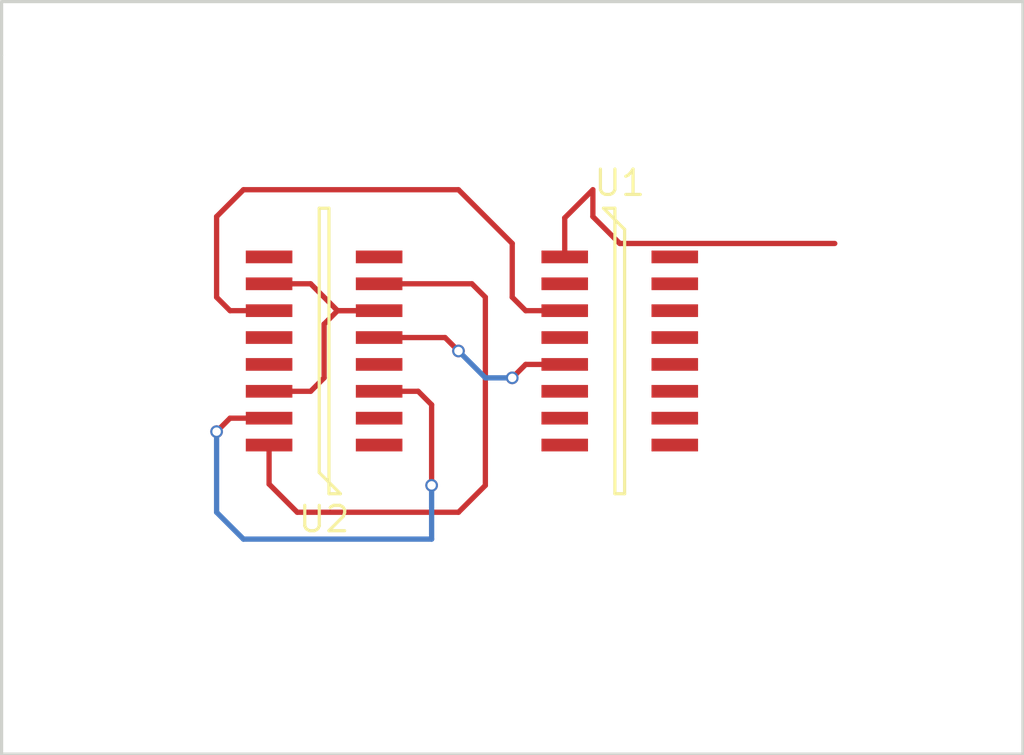
<source format=kicad_pcb>
(kicad_pcb (version 4) (host pcbnew 4.0.4+e1-6308~48~ubuntu14.04.1-stable)

  (general
    (links 6)
    (no_connects 0)
    (area 132.004999 83.744999 180.415001 119.455001)
    (thickness 1.6)
    (drawings 5)
    (tracks 48)
    (zones 0)
    (modules 2)
    (nets 16)
  )

  (page A4)
  (layers
    (0 F.Cu signal)
    (31 B.Cu signal)
    (32 B.Adhes user)
    (33 F.Adhes user)
    (34 B.Paste user)
    (35 F.Paste user)
    (36 B.SilkS user)
    (37 F.SilkS user)
    (38 B.Mask user)
    (39 F.Mask user)
    (40 Dwgs.User user)
    (41 Cmts.User user)
    (42 Eco1.User user)
    (43 Eco2.User user)
    (44 Edge.Cuts user)
    (45 Margin user)
    (46 B.CrtYd user)
    (47 F.CrtYd user)
    (48 B.Fab user)
    (49 F.Fab user)
  )

  (setup
    (last_trace_width 0.25)
    (trace_clearance 0.2)
    (zone_clearance 0.508)
    (zone_45_only no)
    (trace_min 0.2)
    (segment_width 0.2)
    (edge_width 0.15)
    (via_size 0.6)
    (via_drill 0.4)
    (via_min_size 0.4)
    (via_min_drill 0.3)
    (uvia_size 0.3)
    (uvia_drill 0.1)
    (uvias_allowed no)
    (uvia_min_size 0.2)
    (uvia_min_drill 0.1)
    (pcb_text_width 0.3)
    (pcb_text_size 1.5 1.5)
    (mod_edge_width 0.15)
    (mod_text_size 1 1)
    (mod_text_width 0.15)
    (pad_size 1.524 1.524)
    (pad_drill 0.762)
    (pad_to_mask_clearance 0.2)
    (aux_axis_origin 0 0)
    (visible_elements FFFFFF7F)
    (pcbplotparams
      (layerselection 0x00030_80000001)
      (usegerberextensions false)
      (excludeedgelayer true)
      (linewidth 0.100000)
      (plotframeref false)
      (viasonmask false)
      (mode 1)
      (useauxorigin false)
      (hpglpennumber 1)
      (hpglpenspeed 20)
      (hpglpendiameter 15)
      (hpglpenoverlay 2)
      (psnegative false)
      (psa4output false)
      (plotreference true)
      (plotvalue true)
      (plotinvisibletext false)
      (padsonsilk false)
      (subtractmaskfromsilk false)
      (outputformat 1)
      (mirror false)
      (drillshape 1)
      (scaleselection 1)
      (outputdirectory ""))
  )

  (net 0 "")
  (net 1 "Net-(U1-Pad1)")
  (net 2 "Net-(U1-Pad2)")
  (net 3 "Net-(U1-Pad3)")
  (net 4 "Net-(U1-Pad4)")
  (net 5 GND)
  (net 6 "Net-(U2-Pad10)")
  (net 7 "Net-(U2-Pad1)")
  (net 8 "Net-(U2-Pad9)")
  (net 9 "Net-(U2-Pad2)")
  (net 10 "Net-(U2-Pad8)")
  (net 11 "Net-(U2-Pad15)")
  (net 12 "Net-(U2-Pad16)")
  (net 13 "Net-(U2-Pad4)")
  (net 14 "Net-(U1-Pad13)")
  (net 15 "Net-(U2-Pad13)")

  (net_class Default "This is the default net class."
    (clearance 0.2)
    (trace_width 0.25)
    (via_dia 0.6)
    (via_drill 0.4)
    (uvia_dia 0.3)
    (uvia_drill 0.1)
    (add_net GND)
    (add_net "Net-(U1-Pad1)")
    (add_net "Net-(U1-Pad13)")
    (add_net "Net-(U1-Pad2)")
    (add_net "Net-(U1-Pad3)")
    (add_net "Net-(U1-Pad4)")
    (add_net "Net-(U2-Pad1)")
    (add_net "Net-(U2-Pad10)")
    (add_net "Net-(U2-Pad13)")
    (add_net "Net-(U2-Pad15)")
    (add_net "Net-(U2-Pad16)")
    (add_net "Net-(U2-Pad2)")
    (add_net "Net-(U2-Pad4)")
    (add_net "Net-(U2-Pad8)")
    (add_net "Net-(U2-Pad9)")
  )

  (module soic:SOIC-16 (layer F.Cu) (tedit 0) (tstamp 57F7F091)
    (at 161.29 100.33 270)
    (path /57F7D239)
    (fp_text reference U1 (at -7.945 0 360) (layer F.SilkS)
      (effects (font (size 1.2 1.2) (thickness 0.15)))
    )
    (fp_text value DG441 (at 0 0 270) (layer F.Fab)
      (effects (font (size 1.2 1.2) (thickness 0.15)))
    )
    (fp_line (start -5.745 -0.23) (end -6.745 0.77) (layer F.SilkS) (width 0.15))
    (fp_line (start -6.745 0.77) (end -6.745 0.23) (layer F.SilkS) (width 0.15))
    (fp_line (start -6.745 0.23) (end 6.745 0.23) (layer F.SilkS) (width 0.15))
    (fp_line (start 6.745 0.23) (end 6.745 -0.23) (layer F.SilkS) (width 0.15))
    (fp_line (start 6.745 -0.23) (end -5.745 -0.23) (layer F.SilkS) (width 0.15))
    (pad 16 smd rect (at -4.445 -2.6 270) (size 0.6 2.2) (layers F.Cu F.Paste F.Mask))
    (pad 1 smd rect (at -4.445 2.6 270) (size 0.6 2.2) (layers F.Cu F.Paste F.Mask)
      (net 1 "Net-(U1-Pad1)"))
    (pad 15 smd rect (at -3.175 -2.6 270) (size 0.6 2.2) (layers F.Cu F.Paste F.Mask))
    (pad 2 smd rect (at -3.175 2.6 270) (size 0.6 2.2) (layers F.Cu F.Paste F.Mask)
      (net 2 "Net-(U1-Pad2)"))
    (pad 14 smd rect (at -1.905 -2.6 270) (size 0.6 2.2) (layers F.Cu F.Paste F.Mask))
    (pad 3 smd rect (at -1.905 2.6 270) (size 0.6 2.2) (layers F.Cu F.Paste F.Mask)
      (net 3 "Net-(U1-Pad3)"))
    (pad 13 smd rect (at -0.635 -2.6 270) (size 0.6 2.2) (layers F.Cu F.Paste F.Mask)
      (net 14 "Net-(U1-Pad13)"))
    (pad 4 smd rect (at -0.635 2.6 270) (size 0.6 2.2) (layers F.Cu F.Paste F.Mask)
      (net 4 "Net-(U1-Pad4)"))
    (pad 12 smd rect (at 0.635 -2.6 270) (size 0.6 2.2) (layers F.Cu F.Paste F.Mask))
    (pad 5 smd rect (at 0.635 2.6 270) (size 0.6 2.2) (layers F.Cu F.Paste F.Mask)
      (net 5 GND))
    (pad 11 smd rect (at 1.905 -2.6 270) (size 0.6 2.2) (layers F.Cu F.Paste F.Mask))
    (pad 6 smd rect (at 1.905 2.6 270) (size 0.6 2.2) (layers F.Cu F.Paste F.Mask))
    (pad 10 smd rect (at 3.175 -2.6 270) (size 0.6 2.2) (layers F.Cu F.Paste F.Mask))
    (pad 7 smd rect (at 3.175 2.6 270) (size 0.6 2.2) (layers F.Cu F.Paste F.Mask))
    (pad 9 smd rect (at 4.445 -2.6 270) (size 0.6 2.2) (layers F.Cu F.Paste F.Mask))
    (pad 8 smd rect (at 4.445 2.6 270) (size 0.6 2.2) (layers F.Cu F.Paste F.Mask))
  )

  (module soic:SOIC-16 (layer F.Cu) (tedit 0) (tstamp 57F7F0A9)
    (at 147.32 100.33 90)
    (path /57F7D2A5)
    (fp_text reference U2 (at -7.945 0 180) (layer F.SilkS)
      (effects (font (size 1.2 1.2) (thickness 0.15)))
    )
    (fp_text value DG441 (at 0 0 90) (layer F.Fab)
      (effects (font (size 1.2 1.2) (thickness 0.15)))
    )
    (fp_line (start -5.745 -0.23) (end -6.745 0.77) (layer F.SilkS) (width 0.15))
    (fp_line (start -6.745 0.77) (end -6.745 0.23) (layer F.SilkS) (width 0.15))
    (fp_line (start -6.745 0.23) (end 6.745 0.23) (layer F.SilkS) (width 0.15))
    (fp_line (start 6.745 0.23) (end 6.745 -0.23) (layer F.SilkS) (width 0.15))
    (fp_line (start 6.745 -0.23) (end -5.745 -0.23) (layer F.SilkS) (width 0.15))
    (pad 16 smd rect (at -4.445 -2.6 90) (size 0.6 2.2) (layers F.Cu F.Paste F.Mask)
      (net 12 "Net-(U2-Pad16)"))
    (pad 1 smd rect (at -4.445 2.6 90) (size 0.6 2.2) (layers F.Cu F.Paste F.Mask)
      (net 7 "Net-(U2-Pad1)"))
    (pad 15 smd rect (at -3.175 -2.6 90) (size 0.6 2.2) (layers F.Cu F.Paste F.Mask)
      (net 11 "Net-(U2-Pad15)"))
    (pad 2 smd rect (at -3.175 2.6 90) (size 0.6 2.2) (layers F.Cu F.Paste F.Mask)
      (net 9 "Net-(U2-Pad2)"))
    (pad 14 smd rect (at -1.905 -2.6 90) (size 0.6 2.2) (layers F.Cu F.Paste F.Mask)
      (net 6 "Net-(U2-Pad10)"))
    (pad 3 smd rect (at -1.905 2.6 90) (size 0.6 2.2) (layers F.Cu F.Paste F.Mask)
      (net 11 "Net-(U2-Pad15)"))
    (pad 13 smd rect (at -0.635 -2.6 90) (size 0.6 2.2) (layers F.Cu F.Paste F.Mask)
      (net 15 "Net-(U2-Pad13)"))
    (pad 4 smd rect (at -0.635 2.6 90) (size 0.6 2.2) (layers F.Cu F.Paste F.Mask)
      (net 13 "Net-(U2-Pad4)"))
    (pad 12 smd rect (at 0.635 -2.6 90) (size 0.6 2.2) (layers F.Cu F.Paste F.Mask))
    (pad 5 smd rect (at 0.635 2.6 90) (size 0.6 2.2) (layers F.Cu F.Paste F.Mask)
      (net 5 GND))
    (pad 11 smd rect (at 1.905 -2.6 90) (size 0.6 2.2) (layers F.Cu F.Paste F.Mask)
      (net 3 "Net-(U1-Pad3)"))
    (pad 6 smd rect (at 1.905 2.6 90) (size 0.6 2.2) (layers F.Cu F.Paste F.Mask)
      (net 6 "Net-(U2-Pad10)"))
    (pad 10 smd rect (at 3.175 -2.6 90) (size 0.6 2.2) (layers F.Cu F.Paste F.Mask)
      (net 6 "Net-(U2-Pad10)"))
    (pad 7 smd rect (at 3.175 2.6 90) (size 0.6 2.2) (layers F.Cu F.Paste F.Mask)
      (net 12 "Net-(U2-Pad16)"))
    (pad 9 smd rect (at 4.445 -2.6 90) (size 0.6 2.2) (layers F.Cu F.Paste F.Mask)
      (net 8 "Net-(U2-Pad9)"))
    (pad 8 smd rect (at 4.445 2.6 90) (size 0.6 2.2) (layers F.Cu F.Paste F.Mask)
      (net 10 "Net-(U2-Pad8)"))
  )

  (gr_line (start 132.08 86.36) (end 132.08 83.82) (angle 90) (layer Edge.Cuts) (width 0.15))
  (gr_line (start 132.08 119.38) (end 132.08 86.36) (angle 90) (layer Edge.Cuts) (width 0.15))
  (gr_line (start 180.34 119.38) (end 132.08 119.38) (angle 90) (layer Edge.Cuts) (width 0.15))
  (gr_line (start 180.34 83.82) (end 180.34 119.38) (angle 90) (layer Edge.Cuts) (width 0.15))
  (gr_line (start 132.08 83.82) (end 180.34 83.82) (angle 90) (layer Edge.Cuts) (width 0.15))

  (segment (start 158.69 95.885) (end 158.69 94.04) (width 0.25) (layer F.Cu) (net 1))
  (segment (start 161.29 95.25) (end 171.45 95.25) (width 0.25) (layer F.Cu) (net 1) (tstamp 57F95157))
  (segment (start 160.02 93.98) (end 161.29 95.25) (width 0.25) (layer F.Cu) (net 1) (tstamp 57F95151))
  (segment (start 160.02 92.71) (end 160.02 93.98) (width 0.25) (layer F.Cu) (net 1) (tstamp 57F9514F))
  (segment (start 158.69 94.04) (end 160.02 92.71) (width 0.25) (layer F.Cu) (net 1) (tstamp 57F9514D))
  (segment (start 144.72 98.425) (end 142.875 98.425) (width 0.25) (layer F.Cu) (net 3))
  (segment (start 156.845 98.425) (end 158.69 98.425) (width 0.25) (layer F.Cu) (net 3) (tstamp 57F7F79E))
  (segment (start 156.21 97.79) (end 156.845 98.425) (width 0.25) (layer F.Cu) (net 3) (tstamp 57F7F782))
  (segment (start 156.21 95.25) (end 156.21 97.79) (width 0.25) (layer F.Cu) (net 3) (tstamp 57F7F780))
  (segment (start 153.67 92.71) (end 156.21 95.25) (width 0.25) (layer F.Cu) (net 3) (tstamp 57F7F77E))
  (segment (start 143.51 92.71) (end 153.67 92.71) (width 0.25) (layer F.Cu) (net 3) (tstamp 57F7F77B))
  (segment (start 142.24 93.98) (end 143.51 92.71) (width 0.25) (layer F.Cu) (net 3) (tstamp 57F7F77A))
  (segment (start 142.24 97.79) (end 142.24 93.98) (width 0.25) (layer F.Cu) (net 3) (tstamp 57F7F779))
  (segment (start 142.875 98.425) (end 142.24 97.79) (width 0.25) (layer F.Cu) (net 3) (tstamp 57F7F771))
  (segment (start 149.92 99.695) (end 153.035 99.695) (width 0.25) (layer F.Cu) (net 5))
  (segment (start 156.845 100.965) (end 158.69 100.965) (width 0.25) (layer F.Cu) (net 5) (tstamp 57F7F7D0))
  (segment (start 156.21 101.6) (end 156.845 100.965) (width 0.25) (layer F.Cu) (net 5) (tstamp 57F7F7CF))
  (via (at 156.21 101.6) (size 0.6) (drill 0.4) (layers F.Cu B.Cu) (net 5))
  (segment (start 154.94 101.6) (end 156.21 101.6) (width 0.25) (layer B.Cu) (net 5) (tstamp 57F7F7C5))
  (segment (start 153.67 100.33) (end 154.94 101.6) (width 0.25) (layer B.Cu) (net 5) (tstamp 57F7F7C4))
  (via (at 153.67 100.33) (size 0.6) (drill 0.4) (layers F.Cu B.Cu) (net 5))
  (segment (start 153.035 99.695) (end 153.67 100.33) (width 0.25) (layer F.Cu) (net 5) (tstamp 57F7F7B9))
  (segment (start 144.72 97.155) (end 146.685 97.155) (width 0.25) (layer F.Cu) (net 6) (status 400000))
  (segment (start 146.685 97.155) (end 147.955 98.425) (width 0.25) (layer F.Cu) (net 6) (tstamp 57F95210))
  (segment (start 147.955 98.425) (end 149.92 98.425) (width 0.25) (layer F.Cu) (net 6) (tstamp 57F95221) (status 800000))
  (segment (start 144.72 102.235) (end 146.685 102.235) (width 0.25) (layer F.Cu) (net 6))
  (segment (start 147.955 98.425) (end 149.92 98.425) (width 0.25) (layer F.Cu) (net 6) (tstamp 57F7F7E9))
  (segment (start 147.32 99.06) (end 147.955 98.425) (width 0.25) (layer F.Cu) (net 6) (tstamp 57F7F7E7))
  (segment (start 147.32 101.6) (end 147.32 99.06) (width 0.25) (layer F.Cu) (net 6) (tstamp 57F7F7E5))
  (segment (start 146.685 102.235) (end 147.32 101.6) (width 0.25) (layer F.Cu) (net 6) (tstamp 57F7F7E1))
  (segment (start 149.92 102.235) (end 151.765 102.235) (width 0.25) (layer F.Cu) (net 11))
  (segment (start 142.875 103.505) (end 144.72 103.505) (width 0.25) (layer F.Cu) (net 11) (tstamp 57F7F73F))
  (segment (start 142.24 104.14) (end 142.875 103.505) (width 0.25) (layer F.Cu) (net 11) (tstamp 57F7F73E))
  (via (at 142.24 104.14) (size 0.6) (drill 0.4) (layers F.Cu B.Cu) (net 11))
  (segment (start 142.24 107.95) (end 142.24 104.14) (width 0.25) (layer B.Cu) (net 11) (tstamp 57F7F733))
  (segment (start 143.51 109.22) (end 142.24 107.95) (width 0.25) (layer B.Cu) (net 11) (tstamp 57F7F730))
  (segment (start 152.4 109.22) (end 143.51 109.22) (width 0.25) (layer B.Cu) (net 11) (tstamp 57F7F72C))
  (segment (start 152.4 106.68) (end 152.4 109.22) (width 0.25) (layer B.Cu) (net 11) (tstamp 57F7F72B))
  (via (at 152.4 106.68) (size 0.6) (drill 0.4) (layers F.Cu B.Cu) (net 11))
  (segment (start 152.4 102.87) (end 152.4 106.68) (width 0.25) (layer F.Cu) (net 11) (tstamp 57F7F71A))
  (segment (start 151.765 102.235) (end 152.4 102.87) (width 0.25) (layer F.Cu) (net 11) (tstamp 57F7F716))
  (segment (start 149.92 97.155) (end 154.305 97.155) (width 0.25) (layer F.Cu) (net 12))
  (segment (start 144.72 106.62) (end 144.72 104.775) (width 0.25) (layer F.Cu) (net 12) (tstamp 57F7F70A))
  (segment (start 146.05 107.95) (end 144.72 106.62) (width 0.25) (layer F.Cu) (net 12) (tstamp 57F7F707))
  (segment (start 153.67 107.95) (end 146.05 107.95) (width 0.25) (layer F.Cu) (net 12) (tstamp 57F7F705))
  (segment (start 154.94 106.68) (end 153.67 107.95) (width 0.25) (layer F.Cu) (net 12) (tstamp 57F7F703))
  (segment (start 154.94 97.79) (end 154.94 106.68) (width 0.25) (layer F.Cu) (net 12) (tstamp 57F7F700))
  (segment (start 154.305 97.155) (end 154.94 97.79) (width 0.25) (layer F.Cu) (net 12) (tstamp 57F7F6F6))

)

</source>
